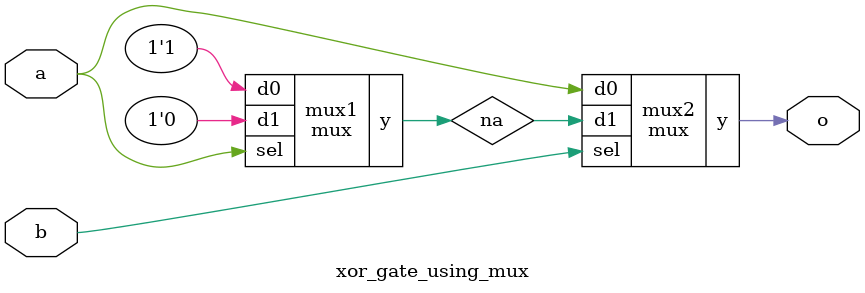
<source format=sv>

module mux
(
  input  d0, d1,
  input  sel,
  output y
);

  assign y = sel ? d1 : d0;

endmodule

//----------------------------------------------------------------------------
// Task
//----------------------------------------------------------------------------

module xor_gate_using_mux
(
    input  a,
    input  b,
    output o
);
  wire na;
  // Task:
  // Implement xor gate using instance(s) of mux,
  // constants 0 and 1, and wire connections
  mux mux1(.sel(a), .d0(1'b1), .d1(1'b0), .y(na));
  mux mux2(.sel(b), .d0(a), .d1(na), .y(o));

endmodule

</source>
